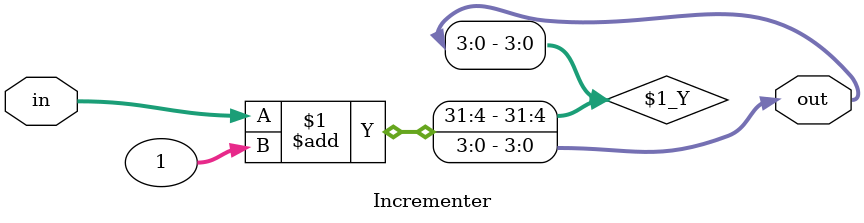
<source format=v>
`timescale 1ns / 1ps


module Incrementer #(parameter N=4)(in, out);
input[N-1:0] in;
output[N-1:0] out;
assign out = in+1;
endmodule

</source>
